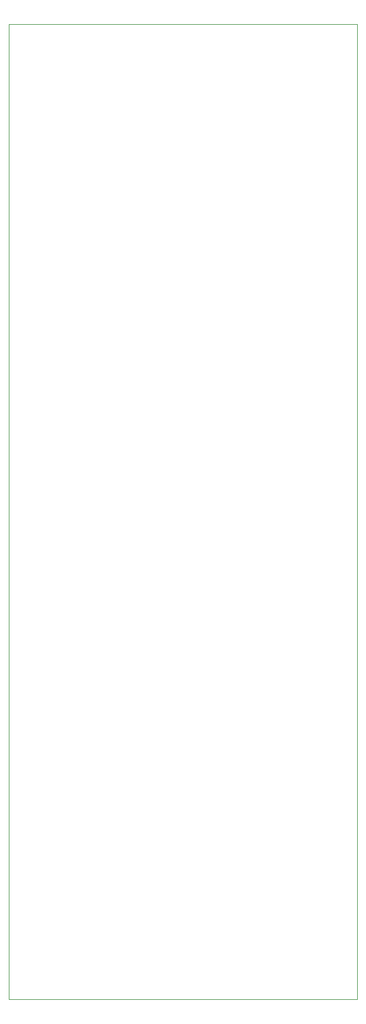
<source format=gbr>
%TF.GenerationSoftware,KiCad,Pcbnew,8.0.6*%
%TF.CreationDate,2024-12-16T09:33:37+01:00*%
%TF.ProjectId,Beecounter,42656563-6f75-46e7-9465-722e6b696361,rev?*%
%TF.SameCoordinates,Original*%
%TF.FileFunction,Other,User*%
%FSLAX46Y46*%
G04 Gerber Fmt 4.6, Leading zero omitted, Abs format (unit mm)*
G04 Created by KiCad (PCBNEW 8.0.6) date 2024-12-16 09:33:37*
%MOMM*%
%LPD*%
G01*
G04 APERTURE LIST*
%ADD10C,0.100000*%
G04 APERTURE END LIST*
D10*
X39930000Y-60070000D02*
X89930000Y-60070000D01*
X89930000Y-200070000D01*
X39930000Y-200070000D01*
X39930000Y-60070000D01*
M02*

</source>
